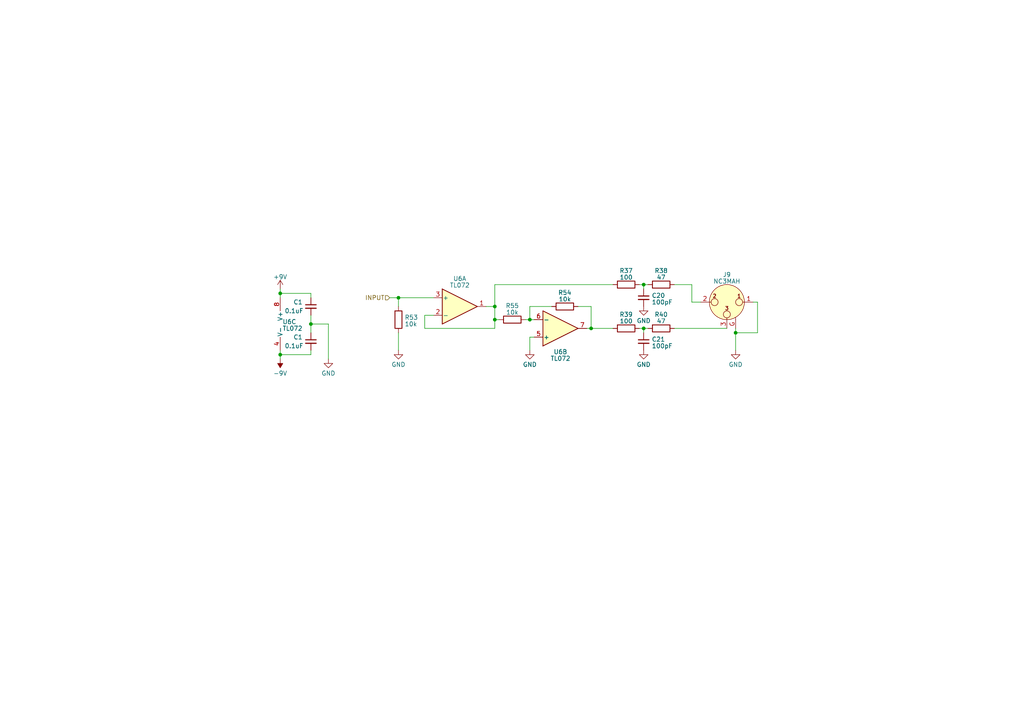
<source format=kicad_sch>
(kicad_sch (version 20230121) (generator eeschema)
  (paper "A4")
  (lib_symbols
    (symbol "Amplifier_Operational:TL072" (pin_names (offset 0.127))
      (property "Reference" "U" (at 0 5.08 0))
      (property "Value" "TL072" (at 0 -5.08 0))
      (symbol "TL072_1_1"
        (polyline (pts (xy -5.08 5.08) (xy 5.08 0) (xy -5.08 -5.08) (xy -5.08 5.08)) (stroke (width 0.254)) (fill (type background)))
        (pin output line (at 7.62 0 180) (length 2.54) (name "~") (number "1"))
        (pin input line (at -7.62 -2.54 0) (length 2.54) (name "-") (number "2"))
        (pin input line (at -7.62 2.54 0) (length 2.54) (name "+") (number "3"))
      )
      (symbol "TL072_2_1"
        (polyline (pts (xy -5.08 5.08) (xy 5.08 0) (xy -5.08 -5.08) (xy -5.08 5.08)) (stroke (width 0.254)) (fill (type background)))
        (pin input line (at -7.62 2.54 0) (length 2.54) (name "+") (number "5"))
        (pin input line (at -7.62 -2.54 0) (length 2.54) (name "-") (number "6"))
        (pin output line (at 7.62 0 180) (length 2.54) (name "~") (number "7"))
      )
      (symbol "TL072_3_1"
        (pin power_in line (at -2.54 -7.62 90) (length 3.81) (name "V-") (number "4"))
        (pin power_in line (at -2.54 7.62 270) (length 3.81) (name "V+") (number "8"))
      )
    )
    (symbol "Connector_Audio:NC3MAH" (pin_names hide)
      (property "Reference" "J" (at 0 8.89 0))
      (property "Value" "NC3MAH" (at 0 6.35 0))
      (symbol "NC3MAH_0_1"
        (circle (center -3.556 0) (radius 1.016))
        (circle (center 0 -3.556) (radius 1.016))
        (polyline (pts (xy -5.08 0) (xy -4.572 0)))
        (polyline (pts (xy -2.54 -5.08) (xy -2.54 -4.445)))
        (polyline (pts (xy 0 -5.08) (xy 0 -4.572)))
        (polyline (pts (xy 5.08 0) (xy 4.572 0)))
        (circle (center 0 0) (radius 5.08) (fill (type background)))
        (circle (center 3.556 0) (radius 1.016))
        (text "1" (at -3.556 1.778 0) (effects (font (size 1.016 1.016) bold)))
        (text "2" (at 3.556 1.778 0) (effects (font (size 1.016 1.016) bold)))
        (text "3" (at 0 -1.778 0) (effects (font (size 1.016 1.016) bold)))
        (pin passive line (at -7.62 0 0) (length 2.54) (name "~") (number "1"))
        (pin passive line (at 7.62 0 180) (length 2.54) (name "~") (number "2"))
        (pin passive line (at 0 -7.62 90) (length 2.54) (name "~") (number "3"))
      )
      (symbol "NC3MAH_1_1"
        (pin passive line (at -2.54 -7.62 90) (length 2.54) (name "~") (number "G"))
      )
    )
    (symbol "Device:C_Small" (pin_numbers hide) (pin_names (offset 0.254) hide)
      (property "Reference" "C" (at 0.254 1.778 0))
      (property "Value" "C_Small" (at 0.254 -2.032 0))
      (symbol "C_Small_0_1"
        (polyline (pts (xy -1.524 -0.508) (xy 1.524 -0.508)) (stroke (width 0.3302)))
        (polyline (pts (xy -1.524 0.508) (xy 1.524 0.508)) (stroke (width 0.3048)))
      )
      (symbol "C_Small_1_1"
        (pin passive line (at 0 2.54 270) (length 2.032) (name "~") (number "1"))
        (pin passive line (at 0 -2.54 90) (length 2.032) (name "~") (number "2"))
      )
    )
    (symbol "Device:R" (pin_numbers hide) (pin_names (offset 0))
      (property "Reference" "R" (at 2.032 0 90))
      (property "Value" "R" (at 0 0 90))
      (symbol "R_0_1"
        (rectangle (start -1.016 -2.54) (end 1.016 2.54) (stroke (width 0.254)))
      )
      (symbol "R_1_1"
        (pin passive line (at 0 3.81 270) (length 1.27) (name "~") (number "1"))
        (pin passive line (at 0 -3.81 90) (length 1.27) (name "~") (number "2"))
      )
    )
    (symbol "power:+9V" (power) (pin_names (offset 0))
      (property "Value" "+9V" (at 0 3.556 0))
      (symbol "+9V_0_1"
        (polyline (pts (xy -0.762 1.27) (xy 0 2.54)))
        (polyline (pts (xy 0 0) (xy 0 2.54)))
        (polyline (pts (xy 0 2.54) (xy 0.762 1.27)))
      )
      (symbol "+9V_1_1"
        (pin power_in line (at 0 0 90) (length 0) hide (name "+9V") (number "1"))
      )
    )
    (symbol "power:-9V" (power) (pin_names (offset 0))
      (property "Value" "-9V" (at 0 3.81 0))
      (symbol "-9V_0_1"
        (polyline (pts (xy 0 0) (xy 0 2.54)))
        (polyline (pts (xy 0.762 1.27) (xy -0.762 1.27) (xy 0 2.54) (xy 0.762 1.27)) (fill (type outline)))
      )
      (symbol "-9V_1_1"
        (pin power_in line (at 0 0 90) (length 0) hide (name "-9V") (number "1"))
      )
    )
    (symbol "power:GND" (power) (pin_names (offset 0))
      (property "Value" "GND" (at 0 -3.81 0))
      (symbol "GND_0_1"
        (polyline (pts (xy 0 0) (xy 0 -1.27) (xy 1.27 -1.27) (xy 0 -2.54) (xy -1.27 -1.27) (xy 0 -1.27)))
      )
      (symbol "GND_1_1"
        (pin power_in line (at 0 0 270) (length 0) hide (name "GND") (number "1"))
      )
    )
  )
  (junction (at 186.69 95.25))
  (junction (at 213.36 96.52))
  (junction (at 153.67 92.71))
  (junction (at 143.51 92.71))
  (junction (at 171.45 95.25))
  (junction (at 186.69 82.55))
  (junction (at 90.17 93.98))
  (junction (at 81.28 102.87))
  (junction (at 81.28 85.09))
  (junction (at 143.51 88.9))
  (junction (at 115.57 86.36))
  (wire (pts (xy 186.69 82.55) (xy 186.69 83.82)))
  (wire (pts (xy 218.44 87.63) (xy 219.71 87.63)))
  (wire (pts (xy 195.58 95.25) (xy 210.82 95.25)))
  (wire (pts (xy 171.45 88.9) (xy 171.45 95.25)))
  (wire (pts (xy 81.28 85.09) (xy 81.28 86.36)))
  (wire (pts (xy 143.51 92.71) (xy 143.51 88.9)))
  (wire (pts (xy 95.25 93.98) (xy 95.25 104.14)))
  (wire (pts (xy 143.51 92.71) (xy 144.78 92.71)))
  (wire (pts (xy 81.28 102.87) (xy 81.28 104.14)))
  (wire (pts (xy 200.66 82.55) (xy 200.66 87.63)))
  (wire (pts (xy 219.71 87.63) (xy 219.71 96.52)))
  (wire (pts (xy 153.67 92.71) (xy 154.94 92.71)))
  (wire (pts (xy 185.42 82.55) (xy 186.69 82.55)))
  (wire (pts (xy 90.17 93.98) (xy 90.17 96.52)))
  (wire (pts (xy 90.17 85.09) (xy 90.17 86.36)))
  (wire (pts (xy 153.67 97.79) (xy 154.94 97.79)))
  (wire (pts (xy 171.45 95.25) (xy 177.8 95.25)))
  (wire (pts (xy 186.69 95.25) (xy 187.96 95.25)))
  (wire (pts (xy 90.17 101.6) (xy 90.17 102.87)))
  (wire (pts (xy 213.36 96.52) (xy 219.71 96.52)))
  (wire (pts (xy 123.19 91.44) (xy 123.19 95.25)))
  (wire (pts (xy 153.67 101.6) (xy 153.67 97.79)))
  (wire (pts (xy 90.17 91.44) (xy 90.17 93.98)))
  (wire (pts (xy 152.4 92.71) (xy 153.67 92.71)))
  (wire (pts (xy 213.36 96.52) (xy 213.36 101.6)))
  (wire (pts (xy 213.36 95.25) (xy 213.36 96.52)))
  (wire (pts (xy 160.02 88.9) (xy 153.67 88.9)))
  (wire (pts (xy 123.19 95.25) (xy 143.51 95.25)))
  (wire (pts (xy 200.66 87.63) (xy 203.2 87.63)))
  (wire (pts (xy 186.69 82.55) (xy 187.96 82.55)))
  (wire (pts (xy 90.17 93.98) (xy 95.25 93.98)))
  (wire (pts (xy 125.73 91.44) (xy 123.19 91.44)))
  (wire (pts (xy 81.28 85.09) (xy 90.17 85.09)))
  (wire (pts (xy 167.64 88.9) (xy 171.45 88.9)))
  (wire (pts (xy 143.51 82.55) (xy 143.51 88.9)))
  (wire (pts (xy 186.69 95.25) (xy 186.69 96.52)))
  (wire (pts (xy 115.57 101.6) (xy 115.57 96.52)))
  (wire (pts (xy 143.51 88.9) (xy 140.97 88.9)))
  (wire (pts (xy 143.51 82.55) (xy 177.8 82.55)))
  (wire (pts (xy 171.45 95.25) (xy 170.18 95.25)))
  (wire (pts (xy 143.51 95.25) (xy 143.51 92.71)))
  (wire (pts (xy 115.57 86.36) (xy 115.57 88.9)))
  (wire (pts (xy 195.58 82.55) (xy 200.66 82.55)))
  (wire (pts (xy 185.42 95.25) (xy 186.69 95.25)))
  (wire (pts (xy 113.03 86.36) (xy 115.57 86.36)))
  (wire (pts (xy 115.57 86.36) (xy 125.73 86.36)))
  (wire (pts (xy 81.28 101.6) (xy 81.28 102.87)))
  (wire (pts (xy 81.28 83.82) (xy 81.28 85.09)))
  (wire (pts (xy 153.67 88.9) (xy 153.67 92.71)))
  (wire (pts (xy 81.28 102.87) (xy 90.17 102.87)))
  (hierarchical_label "INPUT" (shape input) (at 113.03 86.36 180))
  (symbol (lib_id "power:GND") (at 186.69 88.9 0) (unit 1)
    (property "Reference" "#PWR031" (effects hide))
    (property "Value" "GND" (at 186.69 93.0355 0))
    (instances (project "audio_board" (path "" (reference "#PWR031") (unit 1)) (path "" (reference "#PWR070") (unit 1)) (path "" (reference "#PWR046") (unit 1))))
  )
  (symbol (lib_id "power:GND") (at 95.25 104.14 0) (mirror y) (unit 1)
    (property "Reference" "#PWR058" (effects hide))
    (property "Value" "GND" (at 95.25 108.2755 0))
    (instances (project "audio_board" (path "" (reference "#PWR058") (unit 1)) (path "" (reference "#PWR08") (unit 1)) (path "" (reference "#PWR021") (unit 1)) (path "" (reference "#PWR022") (unit 1)) (path "" (reference "#PWR030") (unit 1)) (path "" (reference "#PWR035") (unit 1))))
  )
  (symbol (lib_id "Device:C_Small") (at 186.69 86.36 0) (unit 1)
    (property "Reference" "C20" (at 189.0141 85.7226 0) (effects (justify left)))
    (property "Value" "100pF" (at 189.0141 87.6436 0) (effects (justify left)))
    (property "Footprint" "Capacitor_SMD:C_0603_1608Metric_Pad1.08x0.95mm_HandSolder" (effects hide))
    (property "LCSC" "C14858" (effects hide))
    (instances (project "audio_board" (path "" (reference "C20") (unit 1)) (path "" (reference "C28") (unit 1)) (path "" (reference "C20") (unit 1))))
  )
  (symbol (lib_id "Device:C_Small") (at 90.17 88.9 0) (unit 1)
    (property "Reference" "C1" (at 85.09 87.63 0) (effects (justify left)))
    (property "Value" "0.1uF" (at 82.55 90.17 0) (effects (justify left)))
    (property "Footprint" "Capacitor_SMD:C_0603_1608Metric_Pad1.08x0.95mm_HandSolder" (effects hide))
    (property "LCSC" "C14663" (effects hide))
    (instances (project "audio_board" (path "" (reference "C1") (unit 1)) (path "" (reference "C6") (unit 1)) (path "" (reference "C30") (unit 1)) (path "" (reference "C5") (unit 1)) (path "" (reference "C8") (unit 1)) (path "" (reference "C9") (unit 1)) (path "" (reference "C16") (unit 1)) (path "" (reference "C18") (unit 1))))
  )
  (symbol (lib_id "Device:R") (at 191.77 82.55 90) (unit 1)
    (property "Reference" "R38" (at 191.77 78.5241 90))
    (property "Value" "47" (at 191.77 80.4451 90))
    (property "Footprint" "Resistor_SMD:R_0603_1608Metric_Pad0.98x0.95mm_HandSolder" (effects hide))
    (property "LCSC" "C23182" (effects hide))
    (instances (project "audio_board" (path "" (reference "R38") (unit 1)) (path "" (reference "R70") (unit 1)) (path "" (reference "R54") (unit 1))))
  )
  (symbol (lib_id "power:-9V") (at 81.28 104.14 180) (unit 1)
    (property "Reference" "#PWR034" (effects hide))
    (property "Value" "-9V" (at 81.28 108.2755 0))
    (instances (project "audio_board" (path "" (reference "#PWR034") (unit 1)) (path "" (reference "#PWR067") (unit 1)) (path "" (reference "#PWR032") (unit 1))))
  )
  (symbol (lib_id "Device:R") (at 163.83 88.9 90) (unit 1)
    (property "Reference" "R54" (at 163.83 84.8741 90))
    (property "Value" "10k" (at 163.83 86.7951 90))
    (property "Footprint" "Resistor_SMD:R_0603_1608Metric_Pad0.98x0.95mm_HandSolder" (effects hide))
    (property "LCSC" "C25804" (effects hide))
    (instances (project "audio_board" (path "" (reference "R54") (unit 1)) (path "" (reference "R67") (unit 1)) (path "" (reference "R39") (unit 1))))
  )
  (symbol (lib_id "power:GND") (at 186.69 101.6 0) (unit 1)
    (property "Reference" "#PWR032" (effects hide))
    (property "Value" "GND" (at 186.69 105.7355 0))
    (instances (project "audio_board" (path "" (reference "#PWR032") (unit 1)) (path "" (reference "#PWR071") (unit 1)) (path "" (reference "#PWR047") (unit 1))))
  )
  (symbol (lib_id "Amplifier_Operational:TL072") (at 162.56 95.25 0) (mirror x) (unit 2)
    (property "Reference" "U6" (at 162.56 102.0525 0))
    (property "Value" "TL072" (at 162.56 103.9735 0))
    (property "Footprint" "Package_SO:SO-8_3.9x4.9mm_P1.27mm" (effects hide))
    (property "Datasheet" "http://www.ti.com/lit/ds/symlink/tl071.pdf" (effects hide))
    (property "LCSC" "C6961" (effects hide))
    (instances (project "audio_board" (path "" (reference "U6") (unit 2)) (path "" (reference "U10") (unit 2)) (path "" (reference "U6") (unit 2))))
  )
  (symbol (lib_id "Device:R") (at 148.59 92.71 90) (unit 1)
    (property "Reference" "R55" (at 148.59 88.6841 90))
    (property "Value" "10k" (at 148.59 90.6051 90))
    (property "Footprint" "Resistor_SMD:R_0603_1608Metric_Pad0.98x0.95mm_HandSolder" (effects hide))
    (property "LCSC" "C25804" (effects hide))
    (instances (project "audio_board" (path "" (reference "R55") (unit 1)) (path "" (reference "R66") (unit 1)) (path "" (reference "R38") (unit 1))))
  )
  (symbol (lib_id "Connector_Audio:NC3MAH") (at 210.82 87.63 0) (mirror y) (unit 1)
    (property "Reference" "J9" (at 210.82 79.6671 0))
    (property "Value" "NC3MAH" (at 210.82 81.5881 0))
    (property "Footprint" "Library:Jack_XLR_Neutrik_NC3MAH_Horizontal" (effects hide))
    (property "Datasheet" "https://www.neutrik.com/en/product/nc3mah" (effects hide))
    (instances (project "audio_board" (path "" (reference "J9") (unit 1)) (path "" (reference "J14") (unit 1)) (path "" (reference "J9") (unit 1))))
  )
  (symbol (lib_id "Device:R") (at 181.61 82.55 90) (unit 1)
    (property "Reference" "R37" (at 181.61 78.5241 90))
    (property "Value" "100" (at 181.61 80.4451 90))
    (property "Footprint" "Resistor_SMD:R_0603_1608Metric_Pad0.98x0.95mm_HandSolder" (effects hide))
    (property "LCSC" "C22775" (effects hide))
    (instances (project "audio_board" (path "" (reference "R37") (unit 1)) (path "" (reference "R68") (unit 1)) (path "" (reference "R40") (unit 1))))
  )
  (symbol (lib_id "Device:R") (at 191.77 95.25 90) (unit 1)
    (property "Reference" "R40" (at 191.77 91.2241 90))
    (property "Value" "47" (at 191.77 93.1451 90))
    (property "Footprint" "Resistor_SMD:R_0603_1608Metric_Pad0.98x0.95mm_HandSolder" (effects hide))
    (property "LCSC" "C23182" (effects hide))
    (instances (project "audio_board" (path "" (reference "R40") (unit 1)) (path "" (reference "R71") (unit 1)) (path "" (reference "R55") (unit 1))))
  )
  (symbol (lib_id "Device:C_Small") (at 186.69 99.06 0) (unit 1)
    (property "Reference" "C21" (at 189.0141 98.4226 0) (effects (justify left)))
    (property "Value" "100pF" (at 189.0141 100.3436 0) (effects (justify left)))
    (property "Footprint" "Capacitor_SMD:C_0603_1608Metric_Pad1.08x0.95mm_HandSolder" (effects hide))
    (property "LCSC" "C14858" (effects hide))
    (instances (project "audio_board" (path "" (reference "C21") (unit 1)) (path "" (reference "C29") (unit 1)) (path "" (reference "C21") (unit 1))))
  )
  (symbol (lib_id "power:GND") (at 213.36 101.6 0) (unit 1)
    (property "Reference" "#PWR062" (effects hide))
    (property "Value" "GND" (at 213.36 105.7355 0))
    (instances (project "audio_board" (path "" (reference "#PWR062") (unit 1)) (path "" (reference "#PWR072") (unit 1)) (path "" (reference "#PWR062") (unit 1))))
  )
  (symbol (lib_id "power:+9V") (at 81.28 83.82 0) (unit 1)
    (property "Reference" "#PWR033" (effects hide))
    (property "Value" "+9V" (at 81.28 80.3181 0))
    (instances (project "audio_board" (path "" (reference "#PWR033") (unit 1)) (path "" (reference "#PWR066") (unit 1)) (path "" (reference "#PWR031") (unit 1))))
  )
  (symbol (lib_id "power:GND") (at 153.67 101.6 0) (unit 1)
    (property "Reference" "#PWR047" (effects hide))
    (property "Value" "GND" (at 153.67 105.7355 0))
    (instances (project "audio_board" (path "" (reference "#PWR047") (unit 1)) (path "" (reference "#PWR069") (unit 1)) (path "" (reference "#PWR034") (unit 1))))
  )
  (symbol (lib_id "Device:C_Small") (at 90.17 99.06 0) (unit 1)
    (property "Reference" "C1" (at 85.09 97.79 0) (effects (justify left)))
    (property "Value" "0.1uF" (at 82.55 100.33 0) (effects (justify left)))
    (property "Footprint" "Capacitor_SMD:C_0603_1608Metric_Pad1.08x0.95mm_HandSolder" (effects hide))
    (property "LCSC" "C14663" (effects hide))
    (instances (project "audio_board" (path "" (reference "C1") (unit 1)) (path "" (reference "C6") (unit 1)) (path "" (reference "C30") (unit 1)) (path "" (reference "C12") (unit 1)) (path "" (reference "C13") (unit 1)) (path "" (reference "C14") (unit 1)) (path "" (reference "C17") (unit 1)) (path "" (reference "C22") (unit 1))))
  )
  (symbol (lib_id "Device:R") (at 115.57 92.71 0) (unit 1)
    (property "Reference" "R53" (at 117.348 92.0663 0) (effects (justify left)))
    (property "Value" "10k" (at 117.348 93.9873 0) (effects (justify left)))
    (property "Footprint" "Resistor_SMD:R_0603_1608Metric_Pad0.98x0.95mm_HandSolder" (effects hide))
    (property "LCSC" "C25804" (effects hide))
    (instances (project "audio_board" (path "" (reference "R53") (unit 1)) (path "" (reference "R65") (unit 1)) (path "" (reference "R37") (unit 1))))
  )
  (symbol (lib_id "Amplifier_Operational:TL072") (at 133.35 88.9 0) (unit 1)
    (property "Reference" "U6" (at 133.35 80.8101 0))
    (property "Value" "TL072" (at 133.35 82.7311 0))
    (property "Footprint" "Package_SO:SO-8_3.9x4.9mm_P1.27mm" (effects hide))
    (property "Datasheet" "http://www.ti.com/lit/ds/symlink/tl071.pdf" (effects hide))
    (property "LCSC" "C6961" (effects hide))
    (instances (project "audio_board" (path "" (reference "U6") (unit 1)) (path "" (reference "U10") (unit 1)) (path "" (reference "U6") (unit 1))))
  )
  (symbol (lib_id "power:GND") (at 115.57 101.6 0) (unit 1)
    (property "Reference" "#PWR046" (effects hide))
    (property "Value" "GND" (at 115.57 105.7355 0))
    (instances (project "audio_board" (path "" (reference "#PWR046") (unit 1)) (path "" (reference "#PWR068") (unit 1)) (path "" (reference "#PWR033") (unit 1))))
  )
  (symbol (lib_id "Amplifier_Operational:TL072") (at 83.82 93.98 0) (unit 3)
    (property "Reference" "U6" (at 81.915 93.3363 0) (effects (justify left)))
    (property "Value" "TL072" (at 81.915 95.2573 0) (effects (justify left)))
    (property "Footprint" "Package_SO:SO-8_3.9x4.9mm_P1.27mm" (effects hide))
    (property "Datasheet" "http://www.ti.com/lit/ds/symlink/tl071.pdf" (effects hide))
    (property "LCSC" "C6961" (effects hide))
    (instances (project "audio_board" (path "" (reference "U6") (unit 3)) (path "" (reference "U10") (unit 3)) (path "" (reference "U6") (unit 3))))
  )
  (symbol (lib_id "Device:R") (at 181.61 95.25 90) (unit 1)
    (property "Reference" "R39" (at 181.61 91.2241 90))
    (property "Value" "100" (at 181.61 93.1451 90))
    (property "Footprint" "Resistor_SMD:R_0603_1608Metric_Pad0.98x0.95mm_HandSolder" (effects hide))
    (property "LCSC" "C22775" (effects hide))
    (instances (project "audio_board" (path "" (reference "R39") (unit 1)) (path "" (reference "R69") (unit 1)) (path "" (reference "R53") (unit 1))))
  )
)
</source>
